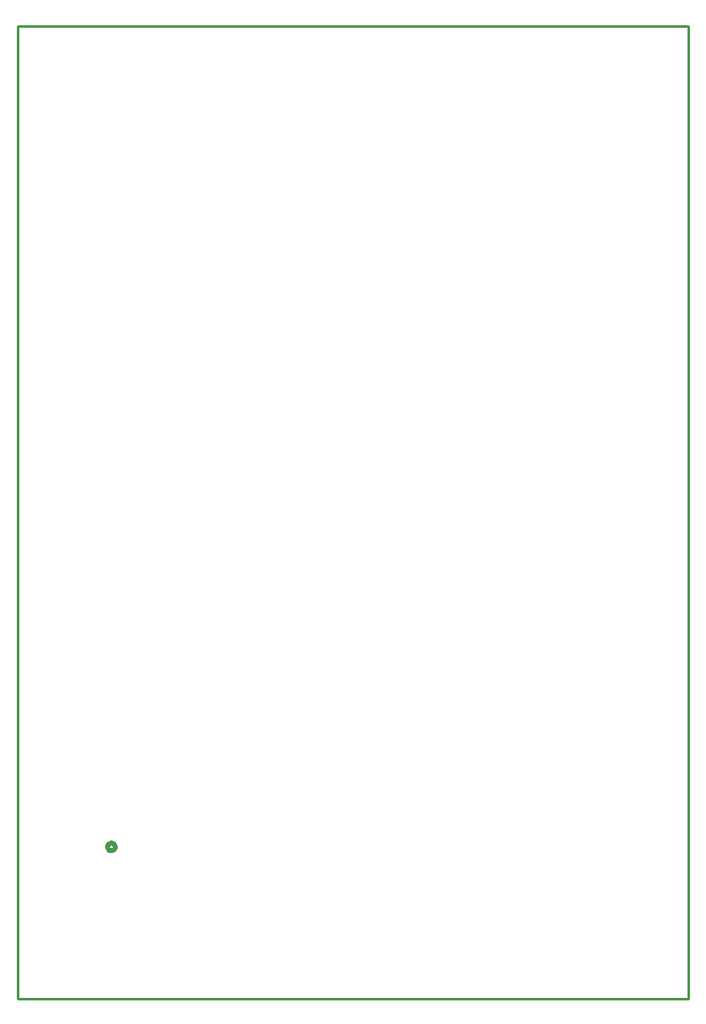
<source format=gbo>
G04*
G04 #@! TF.GenerationSoftware,Altium Limited,Altium Designer,22.0.2 (36)*
G04*
G04 Layer_Color=32896*
%FSLAX25Y25*%
%MOIN*%
G70*
G04*
G04 #@! TF.SameCoordinates,67E39877-474A-4780-B11E-DC456855A8CC*
G04*
G04*
G04 #@! TF.FilePolarity,Positive*
G04*
G01*
G75*
%ADD11C,0.02000*%
%ADD14C,0.01000*%
D11*
X38500Y59882D02*
X38149Y60846D01*
X37260Y61359D01*
X36250Y61181D01*
X35590Y60395D01*
Y59368D01*
X36250Y58583D01*
X37260Y58404D01*
X38149Y58917D01*
X38500Y59882D01*
D14*
X0Y0D02*
X265500D01*
X0Y385000D02*
X265500D01*
Y0D02*
Y385000D01*
X0Y0D02*
Y385000D01*
M02*

</source>
